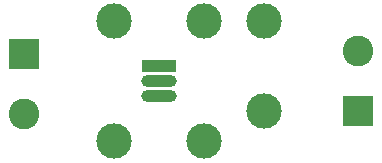
<source format=gbr>
%TF.GenerationSoftware,KiCad,Pcbnew,6.0.11+dfsg-1~bpo11+1*%
%TF.CreationDate,2024-04-09T07:09:36+02:00*%
%TF.ProjectId,water detector2,77617465-7220-4646-9574-6563746f7232,0*%
%TF.SameCoordinates,Original*%
%TF.FileFunction,Soldermask,Bot*%
%TF.FilePolarity,Negative*%
%FSLAX46Y46*%
G04 Gerber Fmt 4.6, Leading zero omitted, Abs format (unit mm)*
G04 Created by KiCad (PCBNEW 6.0.11+dfsg-1~bpo11+1) date 2024-04-09 07:09:36*
%MOMM*%
%LPD*%
G01*
G04 APERTURE LIST*
%ADD10C,3.000000*%
%ADD11R,2.600000X2.600000*%
%ADD12C,2.600000*%
%ADD13R,3.000000X1.050000*%
%ADD14O,3.000000X1.050000*%
G04 APERTURE END LIST*
D10*
%TO.C,R3*%
X101600000Y-64770000D03*
X109220000Y-64770000D03*
%TD*%
D11*
%TO.C,J1*%
X93980000Y-57380000D03*
D12*
X93980000Y-62460000D03*
%TD*%
D13*
%TO.C,Q1*%
X105410000Y-58420000D03*
D14*
X105410000Y-59690000D03*
X105410000Y-60960000D03*
%TD*%
D11*
%TO.C,J2*%
X122225000Y-62190000D03*
D12*
X122225000Y-57110000D03*
%TD*%
D10*
%TO.C,R1*%
X109220000Y-54610000D03*
X101600000Y-54610000D03*
%TD*%
%TO.C,R2*%
X114300000Y-54610000D03*
X114300000Y-62230000D03*
%TD*%
M02*

</source>
